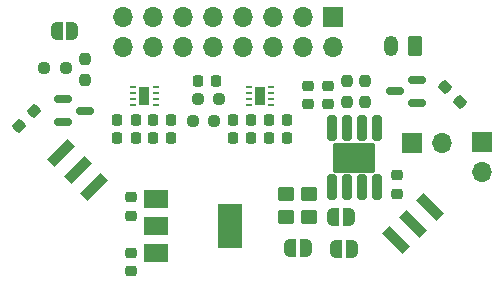
<source format=gbr>
%TF.GenerationSoftware,KiCad,Pcbnew,7.0.9*%
%TF.CreationDate,2024-03-22T22:57:52+02:00*%
%TF.ProjectId,Micromouse Power,4d696372-6f6d-46f7-9573-6520506f7765,v0.0.0*%
%TF.SameCoordinates,Original*%
%TF.FileFunction,Soldermask,Top*%
%TF.FilePolarity,Negative*%
%FSLAX46Y46*%
G04 Gerber Fmt 4.6, Leading zero omitted, Abs format (unit mm)*
G04 Created by KiCad (PCBNEW 7.0.9) date 2024-03-22 22:57:52*
%MOMM*%
%LPD*%
G01*
G04 APERTURE LIST*
G04 Aperture macros list*
%AMRoundRect*
0 Rectangle with rounded corners*
0 $1 Rounding radius*
0 $2 $3 $4 $5 $6 $7 $8 $9 X,Y pos of 4 corners*
0 Add a 4 corners polygon primitive as box body*
4,1,4,$2,$3,$4,$5,$6,$7,$8,$9,$2,$3,0*
0 Add four circle primitives for the rounded corners*
1,1,$1+$1,$2,$3*
1,1,$1+$1,$4,$5*
1,1,$1+$1,$6,$7*
1,1,$1+$1,$8,$9*
0 Add four rect primitives between the rounded corners*
20,1,$1+$1,$2,$3,$4,$5,0*
20,1,$1+$1,$4,$5,$6,$7,0*
20,1,$1+$1,$6,$7,$8,$9,0*
20,1,$1+$1,$8,$9,$2,$3,0*%
%AMRotRect*
0 Rectangle, with rotation*
0 The origin of the aperture is its center*
0 $1 length*
0 $2 width*
0 $3 Rotation angle, in degrees counterclockwise*
0 Add horizontal line*
21,1,$1,$2,0,0,$3*%
%AMFreePoly0*
4,1,19,0.500000,-0.750000,0.000000,-0.750000,0.000000,-0.744911,-0.071157,-0.744911,-0.207708,-0.704816,-0.327430,-0.627875,-0.420627,-0.520320,-0.479746,-0.390866,-0.500000,-0.250000,-0.500000,0.250000,-0.479746,0.390866,-0.420627,0.520320,-0.327430,0.627875,-0.207708,0.704816,-0.071157,0.744911,0.000000,0.744911,0.000000,0.750000,0.500000,0.750000,0.500000,-0.750000,0.500000,-0.750000,
$1*%
%AMFreePoly1*
4,1,19,0.000000,0.744911,0.071157,0.744911,0.207708,0.704816,0.327430,0.627875,0.420627,0.520320,0.479746,0.390866,0.500000,0.250000,0.500000,-0.250000,0.479746,-0.390866,0.420627,-0.520320,0.327430,-0.627875,0.207708,-0.704816,0.071157,-0.744911,0.000000,-0.744911,0.000000,-0.750000,-0.500000,-0.750000,-0.500000,0.750000,0.000000,0.750000,0.000000,0.744911,0.000000,0.744911,
$1*%
G04 Aperture macros list end*
%ADD10R,1.700000X1.700000*%
%ADD11O,1.700000X1.700000*%
%ADD12RoundRect,0.218750X-0.256250X0.218750X-0.256250X-0.218750X0.256250X-0.218750X0.256250X0.218750X0*%
%ADD13FreePoly0,180.000000*%
%ADD14FreePoly1,180.000000*%
%ADD15RoundRect,0.237500X0.250000X0.237500X-0.250000X0.237500X-0.250000X-0.237500X0.250000X-0.237500X0*%
%ADD16RoundRect,0.225000X-0.225000X-0.250000X0.225000X-0.250000X0.225000X0.250000X-0.225000X0.250000X0*%
%ADD17RotRect,0.900000X2.500000X135.000000*%
%ADD18R,2.000000X1.500000*%
%ADD19R,2.000000X3.800000*%
%ADD20RoundRect,0.237500X-0.237500X0.250000X-0.237500X-0.250000X0.237500X-0.250000X0.237500X0.250000X0*%
%ADD21RoundRect,0.225000X0.250000X-0.225000X0.250000X0.225000X-0.250000X0.225000X-0.250000X-0.225000X0*%
%ADD22R,0.500000X0.250000*%
%ADD23R,0.900000X1.600000*%
%ADD24RoundRect,0.225000X0.225000X0.250000X-0.225000X0.250000X-0.225000X-0.250000X0.225000X-0.250000X0*%
%ADD25RoundRect,0.150000X0.587500X0.150000X-0.587500X0.150000X-0.587500X-0.150000X0.587500X-0.150000X0*%
%ADD26RoundRect,0.225000X-0.250000X0.225000X-0.250000X-0.225000X0.250000X-0.225000X0.250000X0.225000X0*%
%ADD27RoundRect,0.237500X0.008839X0.344715X-0.344715X-0.008839X-0.008839X-0.344715X0.344715X0.008839X0*%
%ADD28RoundRect,0.237500X-0.344715X0.008839X0.008839X-0.344715X0.344715X-0.008839X-0.008839X0.344715X0*%
%ADD29RoundRect,0.144000X0.258000X-0.943000X0.258000X0.943000X-0.258000X0.943000X-0.258000X-0.943000X0*%
%ADD30RoundRect,0.102000X1.651000X-1.206500X1.651000X1.206500X-1.651000X1.206500X-1.651000X-1.206500X0*%
%ADD31RoundRect,0.150000X-0.587500X-0.150000X0.587500X-0.150000X0.587500X0.150000X-0.587500X0.150000X0*%
%ADD32RoundRect,0.250000X0.350000X0.625000X-0.350000X0.625000X-0.350000X-0.625000X0.350000X-0.625000X0*%
%ADD33O,1.200000X1.750000*%
%ADD34RoundRect,0.237500X0.237500X-0.250000X0.237500X0.250000X-0.237500X0.250000X-0.237500X-0.250000X0*%
%ADD35FreePoly0,0.000000*%
%ADD36FreePoly1,0.000000*%
%ADD37RotRect,0.900000X2.500000X225.000000*%
%ADD38RoundRect,0.250000X-0.450000X0.350000X-0.450000X-0.350000X0.450000X-0.350000X0.450000X0.350000X0*%
G04 APERTURE END LIST*
D10*
%TO.C,JP6*%
X182190000Y-118920000D03*
D11*
X182190000Y-121460000D03*
%TD*%
D12*
%TO.C,D1*%
X169220000Y-114175000D03*
X169220000Y-115750000D03*
%TD*%
D13*
%TO.C,JP1*%
X170940000Y-125290000D03*
D14*
X169640000Y-125290000D03*
%TD*%
D13*
%TO.C,JP5*%
X147510000Y-109590000D03*
D14*
X146210000Y-109590000D03*
%TD*%
D15*
%TO.C,R6*%
X159967300Y-115290600D03*
X158142300Y-115290600D03*
%TD*%
D16*
%TO.C,C12*%
X151360675Y-117129400D03*
X152910675Y-117129400D03*
%TD*%
%TO.C,C11*%
X161127000Y-118629400D03*
X162677000Y-118629400D03*
%TD*%
D17*
%TO.C,SW2*%
X149410200Y-122728362D03*
X147995987Y-121314148D03*
X146581773Y-119899935D03*
%TD*%
D18*
%TO.C,U1*%
X154600000Y-123770000D03*
X154600000Y-126070000D03*
D19*
X160900000Y-126070000D03*
D18*
X154600000Y-128370000D03*
%TD*%
D20*
%TO.C,R3*%
X170800000Y-113762500D03*
X170800000Y-115587500D03*
%TD*%
D21*
%TO.C,C2*%
X152530000Y-125205000D03*
X152530000Y-123655000D03*
%TD*%
D14*
%TO.C,JP3*%
X169900000Y-128000000D03*
D13*
X171200000Y-128000000D03*
%TD*%
D22*
%TO.C,U3*%
X164367000Y-115829400D03*
X164367000Y-115329400D03*
X164367000Y-114829400D03*
X164367000Y-114329400D03*
X162467000Y-114329400D03*
X162467000Y-114829400D03*
X162467000Y-115329400D03*
X162467000Y-115829400D03*
D23*
X163417000Y-115079400D03*
%TD*%
D24*
%TO.C,C8*%
X155930675Y-118629400D03*
X154380675Y-118629400D03*
%TD*%
D16*
%TO.C,C6*%
X158155000Y-113770000D03*
X159705000Y-113770000D03*
%TD*%
%TO.C,C13*%
X151360675Y-118629400D03*
X152910675Y-118629400D03*
%TD*%
D24*
%TO.C,C5*%
X165706999Y-117119400D03*
X164156999Y-117119400D03*
%TD*%
D20*
%TO.C,R2*%
X172350000Y-113777500D03*
X172350000Y-115602500D03*
%TD*%
D25*
%TO.C,Q1*%
X176756300Y-115631000D03*
X176756300Y-113731000D03*
X174881300Y-114681000D03*
%TD*%
D26*
%TO.C,C1*%
X152500000Y-128325000D03*
X152500000Y-129875000D03*
%TD*%
D27*
%TO.C,R8*%
X144307635Y-116347165D03*
X143017165Y-117637635D03*
%TD*%
D15*
%TO.C,R5*%
X159562500Y-117140000D03*
X157737500Y-117140000D03*
%TD*%
D28*
%TO.C,R7*%
X179104765Y-114279530D03*
X180395235Y-115570000D03*
%TD*%
D26*
%TO.C,C3*%
X175000000Y-121785000D03*
X175000000Y-123335000D03*
%TD*%
D29*
%TO.C,U2*%
X169495000Y-122750000D03*
X170765000Y-122750000D03*
X172035000Y-122750000D03*
X173305000Y-122750000D03*
X173305000Y-117800000D03*
X172035000Y-117800000D03*
X170765000Y-117800000D03*
X169495000Y-117800000D03*
D30*
X171400000Y-120275000D03*
%TD*%
D24*
%TO.C,C7*%
X155930675Y-117129400D03*
X154380675Y-117129400D03*
%TD*%
D31*
%TO.C,Q2*%
X146740400Y-115346400D03*
X146740400Y-117246400D03*
X148615400Y-116296400D03*
%TD*%
D32*
%TO.C,J1*%
X176555400Y-110845600D03*
D33*
X174555400Y-110845600D03*
%TD*%
D11*
%TO.C,JP4*%
X178825000Y-119050000D03*
D10*
X176285000Y-119050000D03*
%TD*%
D34*
%TO.C,R10*%
X148590000Y-113713900D03*
X148590000Y-111888900D03*
%TD*%
D10*
%TO.C,J2*%
X169600000Y-108350000D03*
D11*
X169600000Y-110890000D03*
X167060000Y-108350000D03*
X167060000Y-110890000D03*
X164520000Y-108350000D03*
X164520000Y-110890000D03*
X161980000Y-108350000D03*
X161980000Y-110890000D03*
X159440000Y-108350000D03*
X159440000Y-110890000D03*
X156900000Y-108350000D03*
X156900000Y-110890000D03*
X154360000Y-108350000D03*
X154360000Y-110890000D03*
X151820000Y-108350000D03*
X151820000Y-110890000D03*
%TD*%
D35*
%TO.C,JP2*%
X166010000Y-127900000D03*
D36*
X167310000Y-127900000D03*
%TD*%
D22*
%TO.C,U4*%
X154595675Y-115829400D03*
X154595675Y-115329400D03*
X154595675Y-114829400D03*
X154595675Y-114329400D03*
X152695675Y-114329400D03*
X152695675Y-114829400D03*
X152695675Y-115329400D03*
X152695675Y-115829400D03*
D23*
X153645675Y-115079400D03*
%TD*%
D16*
%TO.C,C10*%
X161137000Y-117119400D03*
X162687000Y-117119400D03*
%TD*%
D37*
%TO.C,SW1*%
X177811573Y-124454719D03*
X176397359Y-125868932D03*
X174983146Y-127283146D03*
%TD*%
D15*
%TO.C,R9*%
X146987900Y-112699800D03*
X145162900Y-112699800D03*
%TD*%
D38*
%TO.C,R4*%
X167610000Y-123330000D03*
X167610000Y-125330000D03*
%TD*%
D24*
%TO.C,C4*%
X165707000Y-118629401D03*
X164157000Y-118629401D03*
%TD*%
D12*
%TO.C,D2*%
X167513000Y-114175000D03*
X167513000Y-115750000D03*
%TD*%
D38*
%TO.C,R1*%
X165620000Y-123330000D03*
X165620000Y-125330000D03*
%TD*%
M02*

</source>
